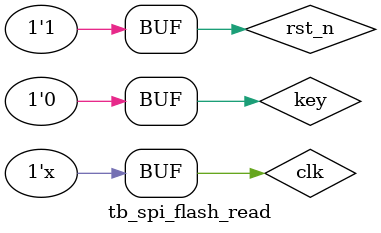
<source format=v>
`timescale  1ns/1ns

module  tb_spi_flash_read();

//wire  define
wire    cs_n;
wire    sck ;
wire    mosi;
wire    miso;
wire    tx  ;

//reg   define
reg     clk     ;
reg     rst_n   ;
reg     key     ;

//时钟、复位信号、模拟按键信号
initial
    begin
        clk =   0;
        rst_n   <=  0;
        key <=  0;
        #100
        rst_n   <=  1;
        #1000
        key <=  1;
        #20
        key <=  0;
    end

always  #10 clk <=  ~clk;

defparam memory.mem_access.initfile = "initM25P16_test.txt";
defparam spi_flash_read_inst.flash_read_ctrl_inst.CNT_WAIT_MAX = 1000;
defparam spi_flash_read_inst.uart_tx_inst.CLK_FREQ = 100000;

//------------- spi_flash_read -------------
spi_flash_read    spi_flash_read_inst(
    .sys_clk    (clk    ),  //input     sys_clk
    .sys_rst_n  (rst_n  ),  //input     sys_rst
    .pi_key     (key    ),  //input     key
    .miso       (miso   ),

    .sck        (sck    ),  //output    sck
    .cs_n       (cs_n   ),  //output    cs_n
    .mosi       (mosi   ),  //output    mosi
    .tx         (tx     )

);

//------------- memory -------------
m25p16  memory (
    .c          (sck    ), 
    .data_in    (mosi   ), 
    .s          (cs_n   ), 
    .w          (1'b1   ), 
    .hold       (1'b1   ), 
    .data_out   (miso   )
);

endmodule

</source>
